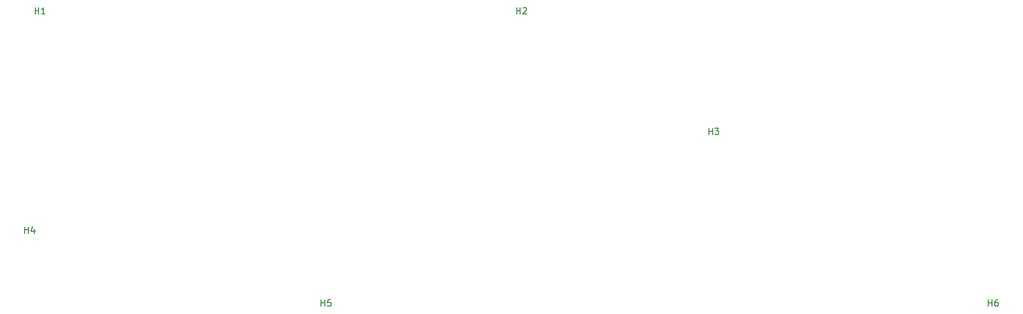
<source format=gbr>
%TF.GenerationSoftware,KiCad,Pcbnew,(7.99.0-267-g8440d7258b)*%
%TF.CreationDate,2024-08-03T20:04:26-07:00*%
%TF.ProjectId,minibaen r2,6d696e69-6261-4656-9e20-72322e6b6963,rev?*%
%TF.SameCoordinates,Original*%
%TF.FileFunction,Legend,Top*%
%TF.FilePolarity,Positive*%
%FSLAX46Y46*%
G04 Gerber Fmt 4.6, Leading zero omitted, Abs format (unit mm)*
G04 Created by KiCad (PCBNEW (7.99.0-267-g8440d7258b)) date 2024-08-03 20:04:26*
%MOMM*%
%LPD*%
G01*
G04 APERTURE LIST*
%ADD10C,0.150000*%
%ADD11C,1.750000*%
%ADD12C,3.987800*%
%ADD13C,3.048000*%
%ADD14C,3.800000*%
%ADD15C,0.650000*%
%ADD16O,1.000000X1.600000*%
%ADD17O,1.000000X2.100000*%
G04 APERTURE END LIST*
D10*
%TO.C,H1*%
X50536095Y-35281619D02*
X50536095Y-34281619D01*
X50536095Y-34757809D02*
X51107523Y-34757809D01*
X51107523Y-35281619D02*
X51107523Y-34281619D01*
X52107523Y-35281619D02*
X51536095Y-35281619D01*
X51821809Y-35281619D02*
X51821809Y-34281619D01*
X51821809Y-34281619D02*
X51726571Y-34424476D01*
X51726571Y-34424476D02*
X51631333Y-34519714D01*
X51631333Y-34519714D02*
X51536095Y-34567333D01*
%TO.C,H6*%
X201389595Y-81599019D02*
X201389595Y-80599019D01*
X201389595Y-81075209D02*
X201961023Y-81075209D01*
X201961023Y-81599019D02*
X201961023Y-80599019D01*
X202865785Y-80599019D02*
X202675309Y-80599019D01*
X202675309Y-80599019D02*
X202580071Y-80646638D01*
X202580071Y-80646638D02*
X202532452Y-80694257D01*
X202532452Y-80694257D02*
X202437214Y-80837114D01*
X202437214Y-80837114D02*
X202389595Y-81027590D01*
X202389595Y-81027590D02*
X202389595Y-81408542D01*
X202389595Y-81408542D02*
X202437214Y-81503780D01*
X202437214Y-81503780D02*
X202484833Y-81551400D01*
X202484833Y-81551400D02*
X202580071Y-81599019D01*
X202580071Y-81599019D02*
X202770547Y-81599019D01*
X202770547Y-81599019D02*
X202865785Y-81551400D01*
X202865785Y-81551400D02*
X202913404Y-81503780D01*
X202913404Y-81503780D02*
X202961023Y-81408542D01*
X202961023Y-81408542D02*
X202961023Y-81170447D01*
X202961023Y-81170447D02*
X202913404Y-81075209D01*
X202913404Y-81075209D02*
X202865785Y-81027590D01*
X202865785Y-81027590D02*
X202770547Y-80979971D01*
X202770547Y-80979971D02*
X202580071Y-80979971D01*
X202580071Y-80979971D02*
X202484833Y-81027590D01*
X202484833Y-81027590D02*
X202437214Y-81075209D01*
X202437214Y-81075209D02*
X202389595Y-81170447D01*
%TO.C,H2*%
X126736095Y-35281619D02*
X126736095Y-34281619D01*
X126736095Y-34757809D02*
X127307523Y-34757809D01*
X127307523Y-35281619D02*
X127307523Y-34281619D01*
X127736095Y-34376857D02*
X127783714Y-34329238D01*
X127783714Y-34329238D02*
X127878952Y-34281619D01*
X127878952Y-34281619D02*
X128117047Y-34281619D01*
X128117047Y-34281619D02*
X128212285Y-34329238D01*
X128212285Y-34329238D02*
X128259904Y-34376857D01*
X128259904Y-34376857D02*
X128307523Y-34472095D01*
X128307523Y-34472095D02*
X128307523Y-34567333D01*
X128307523Y-34567333D02*
X128259904Y-34710190D01*
X128259904Y-34710190D02*
X127688476Y-35281619D01*
X127688476Y-35281619D02*
X128307523Y-35281619D01*
%TO.C,H3*%
X157139895Y-54399119D02*
X157139895Y-53399119D01*
X157139895Y-53875309D02*
X157711323Y-53875309D01*
X157711323Y-54399119D02*
X157711323Y-53399119D01*
X158092276Y-53399119D02*
X158711323Y-53399119D01*
X158711323Y-53399119D02*
X158377990Y-53780071D01*
X158377990Y-53780071D02*
X158520847Y-53780071D01*
X158520847Y-53780071D02*
X158616085Y-53827690D01*
X158616085Y-53827690D02*
X158663704Y-53875309D01*
X158663704Y-53875309D02*
X158711323Y-53970547D01*
X158711323Y-53970547D02*
X158711323Y-54208642D01*
X158711323Y-54208642D02*
X158663704Y-54303880D01*
X158663704Y-54303880D02*
X158616085Y-54351500D01*
X158616085Y-54351500D02*
X158520847Y-54399119D01*
X158520847Y-54399119D02*
X158235133Y-54399119D01*
X158235133Y-54399119D02*
X158139895Y-54351500D01*
X158139895Y-54351500D02*
X158092276Y-54303880D01*
%TO.C,H5*%
X95802595Y-81599019D02*
X95802595Y-80599019D01*
X95802595Y-81075209D02*
X96374023Y-81075209D01*
X96374023Y-81599019D02*
X96374023Y-80599019D01*
X97326404Y-80599019D02*
X96850214Y-80599019D01*
X96850214Y-80599019D02*
X96802595Y-81075209D01*
X96802595Y-81075209D02*
X96850214Y-81027590D01*
X96850214Y-81027590D02*
X96945452Y-80979971D01*
X96945452Y-80979971D02*
X97183547Y-80979971D01*
X97183547Y-80979971D02*
X97278785Y-81027590D01*
X97278785Y-81027590D02*
X97326404Y-81075209D01*
X97326404Y-81075209D02*
X97374023Y-81170447D01*
X97374023Y-81170447D02*
X97374023Y-81408542D01*
X97374023Y-81408542D02*
X97326404Y-81503780D01*
X97326404Y-81503780D02*
X97278785Y-81551400D01*
X97278785Y-81551400D02*
X97183547Y-81599019D01*
X97183547Y-81599019D02*
X96945452Y-81599019D01*
X96945452Y-81599019D02*
X96850214Y-81551400D01*
X96850214Y-81551400D02*
X96802595Y-81503780D01*
%TO.C,H4*%
X48902595Y-70049019D02*
X48902595Y-69049019D01*
X48902595Y-69525209D02*
X49474023Y-69525209D01*
X49474023Y-70049019D02*
X49474023Y-69049019D01*
X50378785Y-69382352D02*
X50378785Y-70049019D01*
X50140690Y-69001400D02*
X49902595Y-69715685D01*
X49902595Y-69715685D02*
X50521642Y-69715685D01*
%TD*%
%LPC*%
D11*
%TO.C,SW25*%
X241412000Y-47244000D03*
D12*
X246492000Y-47244000D03*
D11*
X251572000Y-47244000D03*
%TD*%
%TO.C,SW35*%
X209994500Y-66294000D03*
D12*
X215074500Y-66294000D03*
D11*
X220154500Y-66294000D03*
%TD*%
%TO.C,SW21*%
X159687000Y-47244000D03*
D12*
X164767000Y-47244000D03*
D11*
X169847000Y-47244000D03*
%TD*%
%TO.C,SW47*%
X224282000Y-85344000D03*
D12*
X229362000Y-85344000D03*
D11*
X234442000Y-85344000D03*
%TD*%
%TO.C,SW31*%
X133794500Y-66294000D03*
D12*
X138874500Y-66294000D03*
D11*
X143954500Y-66294000D03*
%TD*%
%TO.C,SW39*%
X48069500Y-85344000D03*
D12*
X53149500Y-85344000D03*
D11*
X58229500Y-85344000D03*
%TD*%
%TO.C,SW28*%
X76644500Y-66294000D03*
D12*
X81724500Y-66294000D03*
D11*
X86804500Y-66294000D03*
%TD*%
%TO.C,SW23*%
X197047000Y-47244000D03*
D12*
X202127000Y-47244000D03*
D11*
X207207000Y-47244000D03*
%TD*%
%TO.C,SW19*%
X122327000Y-47244000D03*
D12*
X127407000Y-47244000D03*
D11*
X132487000Y-47244000D03*
%TD*%
%TO.C,SW7*%
X136337000Y-28194000D03*
D12*
X141417000Y-28194000D03*
D11*
X146497000Y-28194000D03*
%TD*%
%TO.C,SW41*%
X109982000Y-85344000D03*
D12*
X115062000Y-85344000D03*
D11*
X120142000Y-85344000D03*
%TD*%
D13*
%TO.C,S4*%
X196024500Y-92329000D03*
D12*
X196024500Y-77089000D03*
D13*
X96012000Y-92329000D03*
D12*
X96012000Y-77089000D03*
%TD*%
D11*
%TO.C,SW46*%
X229044500Y-85344000D03*
D12*
X234124500Y-85344000D03*
D11*
X239204500Y-85344000D03*
%TD*%
%TO.C,SW13*%
X248417000Y-28194000D03*
D12*
X253497000Y-28194000D03*
D11*
X258577000Y-28194000D03*
%TD*%
D14*
%TO.C,H1*%
X51298000Y-37719000D03*
%TD*%
%TO.C,H6*%
X202151500Y-84036400D03*
%TD*%
D11*
%TO.C,SW33*%
X171894500Y-66294000D03*
D12*
X176974500Y-66294000D03*
D11*
X182054500Y-66294000D03*
%TD*%
%TO.C,SW20*%
X141007000Y-47244000D03*
D12*
X146087000Y-47244000D03*
D11*
X151167000Y-47244000D03*
%TD*%
D13*
%TO.C,S2*%
X134112000Y-92329000D03*
D12*
X134112000Y-77089000D03*
D13*
X96012000Y-92329000D03*
D12*
X96012000Y-77089000D03*
%TD*%
D11*
%TO.C,SW29*%
X95694500Y-66294000D03*
D12*
X100774500Y-66294000D03*
D11*
X105854500Y-66294000D03*
%TD*%
%TO.C,SW14*%
X26592000Y-47244000D03*
D12*
X31672000Y-47244000D03*
D11*
X36752000Y-47244000D03*
%TD*%
%TO.C,SW15*%
X47607000Y-47244000D03*
D12*
X52687000Y-47244000D03*
D11*
X57767000Y-47244000D03*
%TD*%
D13*
%TO.C,S3*%
X126968250Y-92329000D03*
D12*
X126968250Y-77089000D03*
D13*
X103155750Y-92329000D03*
D12*
X103155750Y-77089000D03*
%TD*%
D11*
%TO.C,SW18*%
X103647000Y-47244000D03*
D12*
X108727000Y-47244000D03*
D11*
X113807000Y-47244000D03*
%TD*%
%TO.C,SW30*%
X114744500Y-66294000D03*
D12*
X119824500Y-66294000D03*
D11*
X124904500Y-66294000D03*
%TD*%
%TO.C,SW4*%
X80297000Y-28194000D03*
D12*
X85377000Y-28194000D03*
D11*
X90457000Y-28194000D03*
%TD*%
%TO.C,SW5*%
X98977000Y-28194000D03*
D12*
X104057000Y-28194000D03*
D11*
X109137000Y-28194000D03*
%TD*%
%TO.C,SW10*%
X192377000Y-28194000D03*
D12*
X197457000Y-28194000D03*
D11*
X202537000Y-28194000D03*
%TD*%
%TO.C,SW36*%
X229044500Y-66294000D03*
D12*
X234124500Y-66294000D03*
D11*
X239204500Y-66294000D03*
%TD*%
%TO.C,SW9*%
X173697000Y-28194000D03*
D12*
X178777000Y-28194000D03*
D11*
X183857000Y-28194000D03*
%TD*%
%TO.C,SW42*%
X140938250Y-85344000D03*
D12*
X146018250Y-85344000D03*
D11*
X151098250Y-85344000D03*
%TD*%
%TO.C,SW24*%
X215727000Y-47244000D03*
D12*
X220807000Y-47244000D03*
D11*
X225887000Y-47244000D03*
%TD*%
%TO.C,SW37*%
X248094500Y-66294000D03*
D12*
X253174500Y-66294000D03*
D11*
X258254500Y-66294000D03*
%TD*%
D14*
%TO.C,H2*%
X127498000Y-37719000D03*
%TD*%
D11*
%TO.C,SW45*%
X210026250Y-85344000D03*
D12*
X215106250Y-85344000D03*
D11*
X220186250Y-85344000D03*
%TD*%
%TO.C,SW34*%
X190944500Y-66294000D03*
D12*
X196024500Y-66294000D03*
D11*
X201104500Y-66294000D03*
%TD*%
%TO.C,SW26*%
X31400750Y-66294000D03*
D12*
X36480750Y-66294000D03*
D11*
X41560750Y-66294000D03*
%TD*%
%TO.C,SW3*%
X61617000Y-28194000D03*
D12*
X66697000Y-28194000D03*
D11*
X71777000Y-28194000D03*
%TD*%
%TO.C,SW2*%
X42937000Y-28194000D03*
D12*
X48017000Y-28194000D03*
D11*
X53097000Y-28194000D03*
%TD*%
%TO.C,SW48*%
X245713250Y-85344000D03*
D12*
X250793250Y-85344000D03*
D11*
X255873250Y-85344000D03*
%TD*%
D14*
%TO.C,H3*%
X157901800Y-56836500D03*
%TD*%
D11*
%TO.C,SW49*%
X248094500Y-85344000D03*
D12*
X253174500Y-85344000D03*
D11*
X258254500Y-85344000D03*
%TD*%
%TO.C,SW8*%
X155017000Y-28194000D03*
D12*
X160097000Y-28194000D03*
D11*
X165177000Y-28194000D03*
%TD*%
%TO.C,SW40*%
X69500750Y-85344000D03*
D12*
X74580750Y-85344000D03*
D11*
X79660750Y-85344000D03*
%TD*%
%TO.C,SW17*%
X84967000Y-47244000D03*
D12*
X90047000Y-47244000D03*
D11*
X95127000Y-47244000D03*
%TD*%
%TO.C,SW16*%
X66287000Y-47244000D03*
D12*
X71367000Y-47244000D03*
D11*
X76447000Y-47244000D03*
%TD*%
D14*
%TO.C,H5*%
X96564500Y-84036400D03*
%TD*%
D13*
%TO.C,S1*%
X181737000Y-92329000D03*
D12*
X181737000Y-77089000D03*
D13*
X157924500Y-92329000D03*
D12*
X157924500Y-77089000D03*
%TD*%
D11*
%TO.C,SW32*%
X152844500Y-66294000D03*
D12*
X157924500Y-66294000D03*
D11*
X163004500Y-66294000D03*
%TD*%
%TO.C,SW44*%
X213042500Y-85344000D03*
D12*
X207962500Y-85344000D03*
D11*
X202882500Y-85344000D03*
%TD*%
D14*
%TO.C,H4*%
X49664500Y-72486400D03*
%TD*%
D11*
%TO.C,SW6*%
X117657000Y-28194000D03*
D12*
X122737000Y-28194000D03*
D11*
X127817000Y-28194000D03*
%TD*%
%TO.C,SW11*%
X211057000Y-28194000D03*
D12*
X216137000Y-28194000D03*
D11*
X221217000Y-28194000D03*
%TD*%
%TO.C,SW38*%
X26638250Y-85344000D03*
D12*
X31718250Y-85344000D03*
D11*
X36798250Y-85344000D03*
%TD*%
%TO.C,SW22*%
X178367000Y-47244000D03*
D12*
X183447000Y-47244000D03*
D11*
X188527000Y-47244000D03*
%TD*%
%TO.C,SW1*%
X24257000Y-28194000D03*
D12*
X29337000Y-28194000D03*
D11*
X34417000Y-28194000D03*
%TD*%
%TO.C,SW27*%
X57594500Y-66294000D03*
D12*
X62674500Y-66294000D03*
D11*
X67754500Y-66294000D03*
%TD*%
%TO.C,SW12*%
X239897000Y-28194000D03*
D12*
X234817000Y-28194000D03*
D11*
X229737000Y-28194000D03*
%TD*%
%TO.C,SW43*%
X164750750Y-85344000D03*
D12*
X169830750Y-85344000D03*
D11*
X174910750Y-85344000D03*
%TD*%
D15*
%TO.C,J1*%
X230068500Y-22360000D03*
X235848500Y-22360000D03*
D16*
X228638499Y-18709999D03*
D17*
X228638499Y-22889999D03*
D16*
X237278499Y-18709999D03*
D17*
X237278499Y-22889999D03*
%TD*%
M02*

</source>
